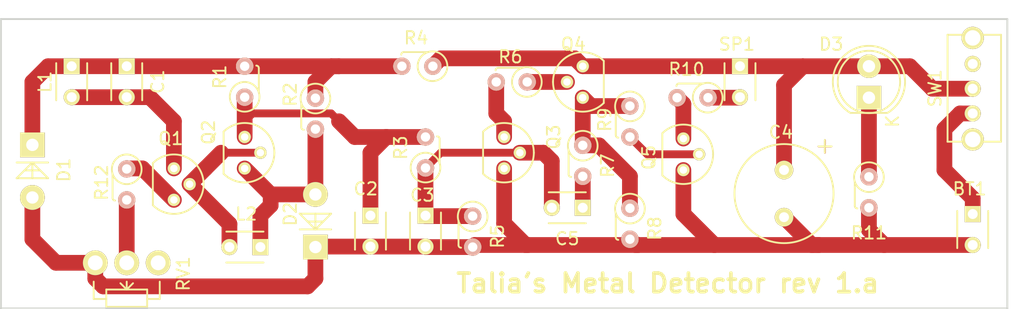
<source format=kicad_pcb>
(kicad_pcb (version 4) (host pcbnew "(2015-08-16 BZR 6097, Git b384c94)-product")

  (general
    (links 48)
    (no_connects 0)
    (area 91.364999 69.30412 174.203 94.636001)
    (thickness 1.6)
    (drawings 5)
    (tracks 112)
    (zones 0)
    (modules 31)
    (nets 21)
  )

  (page A4)
  (layers
    (0 F.Cu signal)
    (31 B.Cu signal)
    (32 B.Adhes user)
    (33 F.Adhes user)
    (34 B.Paste user)
    (35 F.Paste user)
    (36 B.SilkS user)
    (37 F.SilkS user)
    (38 B.Mask user)
    (39 F.Mask user)
    (40 Dwgs.User user)
    (41 Cmts.User user)
    (42 Eco1.User user)
    (43 Eco2.User user)
    (44 Edge.Cuts user)
    (45 Margin user)
    (46 B.CrtYd user)
    (47 F.CrtYd user)
    (48 B.Fab user)
    (49 F.Fab user)
  )

  (setup
    (last_trace_width 0.25)
    (user_trace_width 0.254)
    (user_trace_width 0.635)
    (user_trace_width 1.27)
    (trace_clearance 0.2)
    (zone_clearance 0.508)
    (zone_45_only no)
    (trace_min 0.2)
    (segment_width 0.2)
    (edge_width 0.15)
    (via_size 0.6)
    (via_drill 0.4)
    (via_min_size 0.4)
    (via_min_drill 0.3)
    (uvia_size 0.3)
    (uvia_drill 0.1)
    (uvias_allowed no)
    (uvia_min_size 0.2)
    (uvia_min_drill 0.1)
    (pcb_text_width 0.3)
    (pcb_text_size 1.5 1.5)
    (mod_edge_width 0.15)
    (mod_text_size 1 1)
    (mod_text_width 0.15)
    (pad_size 1.524 1.524)
    (pad_drill 0.762)
    (pad_to_mask_clearance 0.2)
    (aux_axis_origin 0 0)
    (visible_elements 7FFEFFFF)
    (pcbplotparams
      (layerselection 0x010f0_80000001)
      (usegerberextensions true)
      (excludeedgelayer true)
      (linewidth 0.100000)
      (plotframeref false)
      (viasonmask false)
      (mode 1)
      (useauxorigin false)
      (hpglpennumber 1)
      (hpglpenspeed 20)
      (hpglpendiameter 15)
      (hpglpenoverlay 2)
      (psnegative false)
      (psa4output false)
      (plotreference true)
      (plotvalue true)
      (plotinvisibletext false)
      (padsonsilk false)
      (subtractmaskfromsilk false)
      (outputformat 1)
      (mirror false)
      (drillshape 0)
      (scaleselection 1)
      (outputdirectory Gerbers/))
  )

  (net 0 "")
  (net 1 "Net-(BT1-Pad1)")
  (net 2 "Net-(BT1-Pad2)")
  (net 3 "Net-(C1-Pad1)")
  (net 4 "Net-(C1-Pad2)")
  (net 5 "Net-(C2-Pad1)")
  (net 6 "Net-(C3-Pad1)")
  (net 7 "Net-(C4-Pad1)")
  (net 8 "Net-(C5-Pad1)")
  (net 9 "Net-(D2-Pad2)")
  (net 10 "Net-(D3-Pad1)")
  (net 11 "Net-(L2-Pad2)")
  (net 12 "Net-(Q1-Pad3)")
  (net 13 "Net-(Q3-Pad1)")
  (net 14 "Net-(Q4-Pad2)")
  (net 15 "Net-(Q4-Pad1)")
  (net 16 "Net-(Q5-Pad2)")
  (net 17 "Net-(Q5-Pad1)")
  (net 18 "Net-(R12-Pad2)")
  (net 19 "Net-(RV1-Pad1)")
  (net 20 "Net-(R10-Pad1)")

  (net_class Default "This is the default net class."
    (clearance 0.2)
    (trace_width 0.25)
    (via_dia 0.6)
    (via_drill 0.4)
    (uvia_dia 0.3)
    (uvia_drill 0.1)
    (add_net "Net-(BT1-Pad1)")
    (add_net "Net-(BT1-Pad2)")
    (add_net "Net-(C1-Pad1)")
    (add_net "Net-(C1-Pad2)")
    (add_net "Net-(C2-Pad1)")
    (add_net "Net-(C3-Pad1)")
    (add_net "Net-(C4-Pad1)")
    (add_net "Net-(C5-Pad1)")
    (add_net "Net-(D2-Pad2)")
    (add_net "Net-(D3-Pad1)")
    (add_net "Net-(L2-Pad2)")
    (add_net "Net-(Q1-Pad3)")
    (add_net "Net-(Q3-Pad1)")
    (add_net "Net-(Q4-Pad1)")
    (add_net "Net-(Q4-Pad2)")
    (add_net "Net-(Q5-Pad1)")
    (add_net "Net-(Q5-Pad2)")
    (add_net "Net-(R10-Pad1)")
    (add_net "Net-(R12-Pad2)")
    (add_net "Net-(RV1-Pad1)")
  )

  (module Capacitors_ThroughHole:C_Disc_D3_P2.5 (layer F.Cu) (tedit 5647E328) (tstamp 5643D736)
    (at 169.926 86.868 270)
    (descr "Capacitor 3mm Disc, Pitch 2.5mm")
    (tags Capacitor)
    (path /5640131B)
    (fp_text reference BT1 (at -2.032 0.254 360) (layer F.SilkS)
      (effects (font (size 1 1) (thickness 0.15)))
    )
    (fp_text value 9v (at 1.25 2.5 270) (layer F.Fab)
      (effects (font (size 1 1) (thickness 0.15)))
    )
    (fp_line (start -0.9 -1.5) (end 3.4 -1.5) (layer F.CrtYd) (width 0.05))
    (fp_line (start 3.4 -1.5) (end 3.4 1.5) (layer F.CrtYd) (width 0.05))
    (fp_line (start 3.4 1.5) (end -0.9 1.5) (layer F.CrtYd) (width 0.05))
    (fp_line (start -0.9 1.5) (end -0.9 -1.5) (layer F.CrtYd) (width 0.05))
    (fp_line (start -0.25 -1.25) (end 2.75 -1.25) (layer F.SilkS) (width 0.15))
    (fp_line (start 2.75 1.25) (end -0.25 1.25) (layer F.SilkS) (width 0.15))
    (pad 1 thru_hole rect (at 0 0 270) (size 1.3 1.3) (drill 0.8) (layers *.Cu *.Mask F.SilkS)
      (net 1 "Net-(BT1-Pad1)"))
    (pad 2 thru_hole circle (at 2.5 0 270) (size 1.3 1.3) (drill 0.8001) (layers *.Cu *.Mask F.SilkS)
      (net 2 "Net-(BT1-Pad2)"))
    (model Capacitors_ThroughHole.3dshapes/C_Disc_D3_P2.5.wrl
      (at (xyz 0.0492126 0 0))
      (scale (xyz 1 1 1))
      (rotate (xyz 0 0 0))
    )
  )

  (module Capacitors_ThroughHole:C_Disc_D3_P2.5 (layer F.Cu) (tedit 0) (tstamp 5643D73C)
    (at 101.6 74.93 270)
    (descr "Capacitor 3mm Disc, Pitch 2.5mm")
    (tags Capacitor)
    (path /56409949)
    (fp_text reference C1 (at 1.25 -2.5 270) (layer F.SilkS)
      (effects (font (size 1 1) (thickness 0.15)))
    )
    (fp_text value 47n (at 1.25 2.5 270) (layer F.Fab)
      (effects (font (size 1 1) (thickness 0.15)))
    )
    (fp_line (start -0.9 -1.5) (end 3.4 -1.5) (layer F.CrtYd) (width 0.05))
    (fp_line (start 3.4 -1.5) (end 3.4 1.5) (layer F.CrtYd) (width 0.05))
    (fp_line (start 3.4 1.5) (end -0.9 1.5) (layer F.CrtYd) (width 0.05))
    (fp_line (start -0.9 1.5) (end -0.9 -1.5) (layer F.CrtYd) (width 0.05))
    (fp_line (start -0.25 -1.25) (end 2.75 -1.25) (layer F.SilkS) (width 0.15))
    (fp_line (start 2.75 1.25) (end -0.25 1.25) (layer F.SilkS) (width 0.15))
    (pad 1 thru_hole rect (at 0 0 270) (size 1.3 1.3) (drill 0.8) (layers *.Cu *.Mask F.SilkS)
      (net 3 "Net-(C1-Pad1)"))
    (pad 2 thru_hole circle (at 2.5 0 270) (size 1.3 1.3) (drill 0.8001) (layers *.Cu *.Mask F.SilkS)
      (net 4 "Net-(C1-Pad2)"))
    (model Capacitors_ThroughHole.3dshapes/C_Disc_D3_P2.5.wrl
      (at (xyz 0.0492126 0 0))
      (scale (xyz 1 1 1))
      (rotate (xyz 0 0 0))
    )
  )

  (module Capacitors_ThroughHole:C_Disc_D3_P2.5 (layer F.Cu) (tedit 5647E2CC) (tstamp 5643D742)
    (at 121.285 86.995 270)
    (descr "Capacitor 3mm Disc, Pitch 2.5mm")
    (tags Capacitor)
    (path /56400E5C)
    (fp_text reference C2 (at -2.159 0.381 360) (layer F.SilkS)
      (effects (font (size 1 1) (thickness 0.15)))
    )
    (fp_text value 100n (at 1.25 2.5 270) (layer F.Fab)
      (effects (font (size 1 1) (thickness 0.15)))
    )
    (fp_line (start -0.9 -1.5) (end 3.4 -1.5) (layer F.CrtYd) (width 0.05))
    (fp_line (start 3.4 -1.5) (end 3.4 1.5) (layer F.CrtYd) (width 0.05))
    (fp_line (start 3.4 1.5) (end -0.9 1.5) (layer F.CrtYd) (width 0.05))
    (fp_line (start -0.9 1.5) (end -0.9 -1.5) (layer F.CrtYd) (width 0.05))
    (fp_line (start -0.25 -1.25) (end 2.75 -1.25) (layer F.SilkS) (width 0.15))
    (fp_line (start 2.75 1.25) (end -0.25 1.25) (layer F.SilkS) (width 0.15))
    (pad 1 thru_hole rect (at 0 0 270) (size 1.3 1.3) (drill 0.8) (layers *.Cu *.Mask F.SilkS)
      (net 5 "Net-(C2-Pad1)"))
    (pad 2 thru_hole circle (at 2.5 0 270) (size 1.3 1.3) (drill 0.8001) (layers *.Cu *.Mask F.SilkS)
      (net 2 "Net-(BT1-Pad2)"))
    (model Capacitors_ThroughHole.3dshapes/C_Disc_D3_P2.5.wrl
      (at (xyz 0.0492126 0 0))
      (scale (xyz 1 1 1))
      (rotate (xyz 0 0 0))
    )
  )

  (module Capacitors_ThroughHole:C_Disc_D3_P2.5 (layer F.Cu) (tedit 5647E2D1) (tstamp 5643D748)
    (at 125.73 86.995 270)
    (descr "Capacitor 3mm Disc, Pitch 2.5mm")
    (tags Capacitor)
    (path /56400EC6)
    (fp_text reference C3 (at -1.651 0.254 360) (layer F.SilkS)
      (effects (font (size 1 1) (thickness 0.15)))
    )
    (fp_text value 10n (at 1.25 2.5 270) (layer F.Fab)
      (effects (font (size 1 1) (thickness 0.15)))
    )
    (fp_line (start -0.9 -1.5) (end 3.4 -1.5) (layer F.CrtYd) (width 0.05))
    (fp_line (start 3.4 -1.5) (end 3.4 1.5) (layer F.CrtYd) (width 0.05))
    (fp_line (start 3.4 1.5) (end -0.9 1.5) (layer F.CrtYd) (width 0.05))
    (fp_line (start -0.9 1.5) (end -0.9 -1.5) (layer F.CrtYd) (width 0.05))
    (fp_line (start -0.25 -1.25) (end 2.75 -1.25) (layer F.SilkS) (width 0.15))
    (fp_line (start 2.75 1.25) (end -0.25 1.25) (layer F.SilkS) (width 0.15))
    (pad 1 thru_hole rect (at 0 0 270) (size 1.3 1.3) (drill 0.8) (layers *.Cu *.Mask F.SilkS)
      (net 6 "Net-(C3-Pad1)"))
    (pad 2 thru_hole circle (at 2.5 0 270) (size 1.3 1.3) (drill 0.8001) (layers *.Cu *.Mask F.SilkS)
      (net 2 "Net-(BT1-Pad2)"))
    (model Capacitors_ThroughHole.3dshapes/C_Disc_D3_P2.5.wrl
      (at (xyz 0.0492126 0 0))
      (scale (xyz 1 1 1))
      (rotate (xyz 0 0 0))
    )
  )

  (module Capacitors_ThroughHole:C_Disc_D3_P2.5 (layer F.Cu) (tedit 0) (tstamp 5643D754)
    (at 138.43 86.36 180)
    (descr "Capacitor 3mm Disc, Pitch 2.5mm")
    (tags Capacitor)
    (path /56405D44)
    (fp_text reference C5 (at 1.25 -2.5 180) (layer F.SilkS)
      (effects (font (size 1 1) (thickness 0.15)))
    )
    (fp_text value 10n (at 1.25 2.5 180) (layer F.Fab)
      (effects (font (size 1 1) (thickness 0.15)))
    )
    (fp_line (start -0.9 -1.5) (end 3.4 -1.5) (layer F.CrtYd) (width 0.05))
    (fp_line (start 3.4 -1.5) (end 3.4 1.5) (layer F.CrtYd) (width 0.05))
    (fp_line (start 3.4 1.5) (end -0.9 1.5) (layer F.CrtYd) (width 0.05))
    (fp_line (start -0.9 1.5) (end -0.9 -1.5) (layer F.CrtYd) (width 0.05))
    (fp_line (start -0.25 -1.25) (end 2.75 -1.25) (layer F.SilkS) (width 0.15))
    (fp_line (start 2.75 1.25) (end -0.25 1.25) (layer F.SilkS) (width 0.15))
    (pad 1 thru_hole rect (at 0 0 180) (size 1.3 1.3) (drill 0.8) (layers *.Cu *.Mask F.SilkS)
      (net 8 "Net-(C5-Pad1)"))
    (pad 2 thru_hole circle (at 2.5 0 180) (size 1.3 1.3) (drill 0.8001) (layers *.Cu *.Mask F.SilkS)
      (net 6 "Net-(C3-Pad1)"))
    (model Capacitors_ThroughHole.3dshapes/C_Disc_D3_P2.5.wrl
      (at (xyz 0.0492126 0 0))
      (scale (xyz 1 1 1))
      (rotate (xyz 0 0 0))
    )
  )

  (module LEDs:LED-5MM (layer F.Cu) (tedit 5647E316) (tstamp 5643D766)
    (at 161.544 77.47 90)
    (descr "LED 5mm round vertical")
    (tags "LED 5mm round vertical")
    (path /563FFD3B)
    (fp_text reference D3 (at 4.318 -3.048 180) (layer F.SilkS)
      (effects (font (size 1 1) (thickness 0.15)))
    )
    (fp_text value LED (at 1.524 -3.937 90) (layer F.Fab)
      (effects (font (size 1 1) (thickness 0.15)))
    )
    (fp_line (start -1.5 -1.55) (end -1.5 1.55) (layer F.CrtYd) (width 0.05))
    (fp_arc (start 1.3 0) (end -1.5 1.55) (angle -302) (layer F.CrtYd) (width 0.05))
    (fp_arc (start 1.27 0) (end -1.23 -1.5) (angle 297.5) (layer F.SilkS) (width 0.15))
    (fp_line (start -1.23 1.5) (end -1.23 -1.5) (layer F.SilkS) (width 0.15))
    (fp_circle (center 1.27 0) (end 0.97 -2.5) (layer F.SilkS) (width 0.15))
    (fp_text user K (at -1.905 1.905 90) (layer F.SilkS)
      (effects (font (size 1 1) (thickness 0.15)))
    )
    (pad 1 thru_hole rect (at 0 0 180) (size 2 1.9) (drill 1.00076) (layers *.Cu *.Mask F.SilkS)
      (net 10 "Net-(D3-Pad1)"))
    (pad 2 thru_hole circle (at 2.54 0 90) (size 1.9 1.9) (drill 1.00076) (layers *.Cu *.Mask F.SilkS)
      (net 7 "Net-(C4-Pad1)"))
    (model LEDs.3dshapes/LED-5MM.wrl
      (at (xyz 0.05 0 0))
      (scale (xyz 1 1 1))
      (rotate (xyz 0 0 90))
    )
  )

  (module Capacitors_ThroughHole:C_Disc_D3_P2.5 (layer F.Cu) (tedit 5647E289) (tstamp 5643D76C)
    (at 97.155 74.93 270)
    (descr "Capacitor 3mm Disc, Pitch 2.5mm")
    (tags Capacitor)
    (path /564099F8)
    (fp_text reference L1 (at 1.27 2.159 270) (layer F.SilkS)
      (effects (font (size 1 1) (thickness 0.15)))
    )
    (fp_text value "Transmit Coil" (at 1.25 2.5 270) (layer F.Fab)
      (effects (font (size 1 1) (thickness 0.15)))
    )
    (fp_line (start -0.9 -1.5) (end 3.4 -1.5) (layer F.CrtYd) (width 0.05))
    (fp_line (start 3.4 -1.5) (end 3.4 1.5) (layer F.CrtYd) (width 0.05))
    (fp_line (start 3.4 1.5) (end -0.9 1.5) (layer F.CrtYd) (width 0.05))
    (fp_line (start -0.9 1.5) (end -0.9 -1.5) (layer F.CrtYd) (width 0.05))
    (fp_line (start -0.25 -1.25) (end 2.75 -1.25) (layer F.SilkS) (width 0.15))
    (fp_line (start 2.75 1.25) (end -0.25 1.25) (layer F.SilkS) (width 0.15))
    (pad 1 thru_hole rect (at 0 0 270) (size 1.3 1.3) (drill 0.8) (layers *.Cu *.Mask F.SilkS)
      (net 3 "Net-(C1-Pad1)"))
    (pad 2 thru_hole circle (at 2.5 0 270) (size 1.3 1.3) (drill 0.8001) (layers *.Cu *.Mask F.SilkS)
      (net 4 "Net-(C1-Pad2)"))
    (model Capacitors_ThroughHole.3dshapes/C_Disc_D3_P2.5.wrl
      (at (xyz 0.0492126 0 0))
      (scale (xyz 1 1 1))
      (rotate (xyz 0 0 0))
    )
  )

  (module Capacitors_ThroughHole:C_Disc_D3_P2.5 (layer F.Cu) (tedit 5647E2AA) (tstamp 5643D772)
    (at 112.395 89.535 180)
    (descr "Capacitor 3mm Disc, Pitch 2.5mm")
    (tags Capacitor)
    (path /56409109)
    (fp_text reference L2 (at 1.143 2.667 180) (layer F.SilkS)
      (effects (font (size 1 1) (thickness 0.15)))
    )
    (fp_text value "Receive Coil" (at 1.25 2.5 180) (layer F.Fab)
      (effects (font (size 1 1) (thickness 0.15)))
    )
    (fp_line (start -0.9 -1.5) (end 3.4 -1.5) (layer F.CrtYd) (width 0.05))
    (fp_line (start 3.4 -1.5) (end 3.4 1.5) (layer F.CrtYd) (width 0.05))
    (fp_line (start 3.4 1.5) (end -0.9 1.5) (layer F.CrtYd) (width 0.05))
    (fp_line (start -0.9 1.5) (end -0.9 -1.5) (layer F.CrtYd) (width 0.05))
    (fp_line (start -0.25 -1.25) (end 2.75 -1.25) (layer F.SilkS) (width 0.15))
    (fp_line (start 2.75 1.25) (end -0.25 1.25) (layer F.SilkS) (width 0.15))
    (pad 1 thru_hole rect (at 0 0 180) (size 1.3 1.3) (drill 0.8) (layers *.Cu *.Mask F.SilkS)
      (net 9 "Net-(D2-Pad2)"))
    (pad 2 thru_hole circle (at 2.5 0 180) (size 1.3 1.3) (drill 0.8001) (layers *.Cu *.Mask F.SilkS)
      (net 11 "Net-(L2-Pad2)"))
    (model Capacitors_ThroughHole.3dshapes/C_Disc_D3_P2.5.wrl
      (at (xyz 0.0492126 0 0))
      (scale (xyz 1 1 1))
      (rotate (xyz 0 0 0))
    )
  )

  (module 6502Library:Resistor_Vertical_RM2_5mm (layer F.Cu) (tedit 56014CCD) (tstamp 5643D79B)
    (at 111.125 74.93 90)
    (descr "Resistor, Vertical, RM 5mm, 1/3W,")
    (tags "Resistor, Vertical, RM 5mm, 1/3W,")
    (path /56400CE6)
    (fp_text reference R1 (at -0.8636 -2.0066 90) (layer F.SilkS)
      (effects (font (size 1 1) (thickness 0.15)))
    )
    (fp_text value 270k (at 0 4.50088 90) (layer F.Fab)
      (effects (font (size 1 1) (thickness 0.15)))
    )
    (fp_line (start -0.1778 1.143) (end -2.1336 1.143) (layer F.SilkS) (width 0.15))
    (fp_arc (start -0.1524 0.9398) (end 0.0508 0.9398) (angle 90) (layer F.SilkS) (width 0.15))
    (fp_circle (center -2.47 0) (end -1.27 0) (layer F.SilkS) (width 0.15))
    (pad 1 thru_hole circle (at -2.49936 0 90) (size 1.4 1.4) (drill 0.76) (layers *.Cu *.SilkS *.Mask)
      (net 5 "Net-(C2-Pad1)"))
    (pad 2 thru_hole circle (at 0 0 90) (size 1.4 1.4) (drill 0.76) (layers *.Cu *.SilkS *.Mask)
      (net 3 "Net-(C1-Pad1)"))
  )

  (module 6502Library:Resistor_Vertical_RM2_5mm (layer F.Cu) (tedit 5647E2B7) (tstamp 5643D7A1)
    (at 116.84 80.01 270)
    (descr "Resistor, Vertical, RM 5mm, 1/3W,")
    (tags "Resistor, Vertical, RM 5mm, 1/3W,")
    (path /564217CC)
    (fp_text reference R2 (at -2.794 2.032 270) (layer F.SilkS)
      (effects (font (size 1 1) (thickness 0.15)))
    )
    (fp_text value 1.8k (at 0 4.50088 270) (layer F.Fab)
      (effects (font (size 1 1) (thickness 0.15)))
    )
    (fp_line (start -0.1778 1.143) (end -2.1336 1.143) (layer F.SilkS) (width 0.15))
    (fp_arc (start -0.1524 0.9398) (end 0.0508 0.9398) (angle 90) (layer F.SilkS) (width 0.15))
    (fp_circle (center -2.47 0) (end -1.27 0) (layer F.SilkS) (width 0.15))
    (pad 1 thru_hole circle (at -2.49936 0 270) (size 1.4 1.4) (drill 0.76) (layers *.Cu *.SilkS *.Mask)
      (net 3 "Net-(C1-Pad1)"))
    (pad 2 thru_hole circle (at 0 0 270) (size 1.4 1.4) (drill 0.76) (layers *.Cu *.SilkS *.Mask)
      (net 9 "Net-(D2-Pad2)"))
  )

  (module 6502Library:Resistor_Vertical_RM2_5mm (layer F.Cu) (tedit 56014CCD) (tstamp 5643D7A7)
    (at 125.73 80.645 90)
    (descr "Resistor, Vertical, RM 5mm, 1/3W,")
    (tags "Resistor, Vertical, RM 5mm, 1/3W,")
    (path /56400B41)
    (fp_text reference R3 (at -0.8636 -2.0066 90) (layer F.SilkS)
      (effects (font (size 1 1) (thickness 0.15)))
    )
    (fp_text value 220k (at 0 4.50088 90) (layer F.Fab)
      (effects (font (size 1 1) (thickness 0.15)))
    )
    (fp_line (start -0.1778 1.143) (end -2.1336 1.143) (layer F.SilkS) (width 0.15))
    (fp_arc (start -0.1524 0.9398) (end 0.0508 0.9398) (angle 90) (layer F.SilkS) (width 0.15))
    (fp_circle (center -2.47 0) (end -1.27 0) (layer F.SilkS) (width 0.15))
    (pad 1 thru_hole circle (at -2.49936 0 90) (size 1.4 1.4) (drill 0.76) (layers *.Cu *.SilkS *.Mask)
      (net 6 "Net-(C3-Pad1)"))
    (pad 2 thru_hole circle (at 0 0 90) (size 1.4 1.4) (drill 0.76) (layers *.Cu *.SilkS *.Mask)
      (net 5 "Net-(C2-Pad1)"))
  )

  (module 6502Library:Resistor_Vertical_RM2_5mm (layer F.Cu) (tedit 5647E2BF) (tstamp 5643D7AD)
    (at 123.825 74.93 180)
    (descr "Resistor, Vertical, RM 5mm, 1/3W,")
    (tags "Resistor, Vertical, RM 5mm, 1/3W,")
    (path /56400AC0)
    (fp_text reference R4 (at -1.143 2.286 180) (layer F.SilkS)
      (effects (font (size 1 1) (thickness 0.15)))
    )
    (fp_text value 330 (at 0 4.50088 180) (layer F.Fab)
      (effects (font (size 1 1) (thickness 0.15)))
    )
    (fp_line (start -0.1778 1.143) (end -2.1336 1.143) (layer F.SilkS) (width 0.15))
    (fp_arc (start -0.1524 0.9398) (end 0.0508 0.9398) (angle 90) (layer F.SilkS) (width 0.15))
    (fp_circle (center -2.47 0) (end -1.27 0) (layer F.SilkS) (width 0.15))
    (pad 1 thru_hole circle (at -2.49936 0 180) (size 1.4 1.4) (drill 0.76) (layers *.Cu *.SilkS *.Mask)
      (net 7 "Net-(C4-Pad1)"))
    (pad 2 thru_hole circle (at 0 0 180) (size 1.4 1.4) (drill 0.76) (layers *.Cu *.SilkS *.Mask)
      (net 3 "Net-(C1-Pad1)"))
  )

  (module 6502Library:Resistor_Vertical_RM2_5mm (layer F.Cu) (tedit 56014CCD) (tstamp 5643D7B3)
    (at 129.54 89.535 270)
    (descr "Resistor, Vertical, RM 5mm, 1/3W,")
    (tags "Resistor, Vertical, RM 5mm, 1/3W,")
    (path /56400A56)
    (fp_text reference R5 (at -0.8636 -2.0066 270) (layer F.SilkS)
      (effects (font (size 1 1) (thickness 0.15)))
    )
    (fp_text value 56k (at 0 4.50088 270) (layer F.Fab)
      (effects (font (size 1 1) (thickness 0.15)))
    )
    (fp_line (start -0.1778 1.143) (end -2.1336 1.143) (layer F.SilkS) (width 0.15))
    (fp_arc (start -0.1524 0.9398) (end 0.0508 0.9398) (angle 90) (layer F.SilkS) (width 0.15))
    (fp_circle (center -2.47 0) (end -1.27 0) (layer F.SilkS) (width 0.15))
    (pad 1 thru_hole circle (at -2.49936 0 270) (size 1.4 1.4) (drill 0.76) (layers *.Cu *.SilkS *.Mask)
      (net 6 "Net-(C3-Pad1)"))
    (pad 2 thru_hole circle (at 0 0 270) (size 1.4 1.4) (drill 0.76) (layers *.Cu *.SilkS *.Mask)
      (net 2 "Net-(BT1-Pad2)"))
  )

  (module 6502Library:Resistor_Vertical_RM2_5mm (layer F.Cu) (tedit 5647E2C3) (tstamp 5643D7B9)
    (at 131.445 76.2 180)
    (descr "Resistor, Vertical, RM 5mm, 1/3W,")
    (tags "Resistor, Vertical, RM 5mm, 1/3W,")
    (path /564008A0)
    (fp_text reference R6 (at -1.143 2.032 180) (layer F.SilkS)
      (effects (font (size 1 1) (thickness 0.15)))
    )
    (fp_text value 10k (at 0 4.50088 180) (layer F.Fab)
      (effects (font (size 1 1) (thickness 0.15)))
    )
    (fp_line (start -0.1778 1.143) (end -2.1336 1.143) (layer F.SilkS) (width 0.15))
    (fp_arc (start -0.1524 0.9398) (end 0.0508 0.9398) (angle 90) (layer F.SilkS) (width 0.15))
    (fp_circle (center -2.47 0) (end -1.27 0) (layer F.SilkS) (width 0.15))
    (pad 1 thru_hole circle (at -2.49936 0 180) (size 1.4 1.4) (drill 0.76) (layers *.Cu *.SilkS *.Mask)
      (net 14 "Net-(Q4-Pad2)"))
    (pad 2 thru_hole circle (at 0 0 180) (size 1.4 1.4) (drill 0.76) (layers *.Cu *.SilkS *.Mask)
      (net 13 "Net-(Q3-Pad1)"))
  )

  (module 6502Library:Resistor_Vertical_RM2_5mm (layer F.Cu) (tedit 56014CCD) (tstamp 5643D7BF)
    (at 138.43 83.82 270)
    (descr "Resistor, Vertical, RM 5mm, 1/3W,")
    (tags "Resistor, Vertical, RM 5mm, 1/3W,")
    (path /564006FE)
    (fp_text reference R7 (at -0.8636 -2.0066 270) (layer F.SilkS)
      (effects (font (size 1 1) (thickness 0.15)))
    )
    (fp_text value 1k (at 0 4.50088 270) (layer F.Fab)
      (effects (font (size 1 1) (thickness 0.15)))
    )
    (fp_line (start -0.1778 1.143) (end -2.1336 1.143) (layer F.SilkS) (width 0.15))
    (fp_arc (start -0.1524 0.9398) (end 0.0508 0.9398) (angle 90) (layer F.SilkS) (width 0.15))
    (fp_circle (center -2.47 0) (end -1.27 0) (layer F.SilkS) (width 0.15))
    (pad 1 thru_hole circle (at -2.49936 0 270) (size 1.4 1.4) (drill 0.76) (layers *.Cu *.SilkS *.Mask)
      (net 15 "Net-(Q4-Pad1)"))
    (pad 2 thru_hole circle (at 0 0 270) (size 1.4 1.4) (drill 0.76) (layers *.Cu *.SilkS *.Mask)
      (net 8 "Net-(C5-Pad1)"))
  )

  (module 6502Library:Resistor_Vertical_RM2_5mm (layer F.Cu) (tedit 56014CCD) (tstamp 5643D7C5)
    (at 142.24 88.9 270)
    (descr "Resistor, Vertical, RM 5mm, 1/3W,")
    (tags "Resistor, Vertical, RM 5mm, 1/3W,")
    (path /56400984)
    (fp_text reference R8 (at -0.8636 -2.0066 270) (layer F.SilkS)
      (effects (font (size 1 1) (thickness 0.15)))
    )
    (fp_text value 10k (at 0 4.50088 270) (layer F.Fab)
      (effects (font (size 1 1) (thickness 0.15)))
    )
    (fp_line (start -0.1778 1.143) (end -2.1336 1.143) (layer F.SilkS) (width 0.15))
    (fp_arc (start -0.1524 0.9398) (end 0.0508 0.9398) (angle 90) (layer F.SilkS) (width 0.15))
    (fp_circle (center -2.47 0) (end -1.27 0) (layer F.SilkS) (width 0.15))
    (pad 1 thru_hole circle (at -2.49936 0 270) (size 1.4 1.4) (drill 0.76) (layers *.Cu *.SilkS *.Mask)
      (net 15 "Net-(Q4-Pad1)"))
    (pad 2 thru_hole circle (at 0 0 270) (size 1.4 1.4) (drill 0.76) (layers *.Cu *.SilkS *.Mask)
      (net 2 "Net-(BT1-Pad2)"))
  )

  (module 6502Library:Resistor_Vertical_RM2_5mm (layer F.Cu) (tedit 5647E2F6) (tstamp 5643D7CB)
    (at 142.24 80.645 270)
    (descr "Resistor, Vertical, RM 5mm, 1/3W,")
    (tags "Resistor, Vertical, RM 5mm, 1/3W,")
    (path /5640066E)
    (fp_text reference R9 (at -1.397 2.032 270) (layer F.SilkS)
      (effects (font (size 1 1) (thickness 0.15)))
    )
    (fp_text value 1k (at 0 4.50088 270) (layer F.Fab)
      (effects (font (size 1 1) (thickness 0.15)))
    )
    (fp_line (start -0.1778 1.143) (end -2.1336 1.143) (layer F.SilkS) (width 0.15))
    (fp_arc (start -0.1524 0.9398) (end 0.0508 0.9398) (angle 90) (layer F.SilkS) (width 0.15))
    (fp_circle (center -2.47 0) (end -1.27 0) (layer F.SilkS) (width 0.15))
    (pad 1 thru_hole circle (at -2.49936 0 270) (size 1.4 1.4) (drill 0.76) (layers *.Cu *.SilkS *.Mask)
      (net 15 "Net-(Q4-Pad1)"))
    (pad 2 thru_hole circle (at 0 0 270) (size 1.4 1.4) (drill 0.76) (layers *.Cu *.SilkS *.Mask)
      (net 16 "Net-(Q5-Pad2)"))
  )

  (module 6502Library:Resistor_Vertical_RM2_5mm (layer F.Cu) (tedit 5647E31E) (tstamp 5643D7D7)
    (at 161.544 86.36 270)
    (descr "Resistor, Vertical, RM 5mm, 1/3W,")
    (tags "Resistor, Vertical, RM 5mm, 1/3W,")
    (path /563FFD9D)
    (fp_text reference R11 (at 2.032 0 360) (layer F.SilkS)
      (effects (font (size 1 1) (thickness 0.15)))
    )
    (fp_text value 2k (at 0 4.50088 270) (layer F.Fab)
      (effects (font (size 1 1) (thickness 0.15)))
    )
    (fp_line (start -0.1778 1.143) (end -2.1336 1.143) (layer F.SilkS) (width 0.15))
    (fp_arc (start -0.1524 0.9398) (end 0.0508 0.9398) (angle 90) (layer F.SilkS) (width 0.15))
    (fp_circle (center -2.47 0) (end -1.27 0) (layer F.SilkS) (width 0.15))
    (pad 1 thru_hole circle (at -2.49936 0 270) (size 1.4 1.4) (drill 0.76) (layers *.Cu *.SilkS *.Mask)
      (net 10 "Net-(D3-Pad1)"))
    (pad 2 thru_hole circle (at 0 0 270) (size 1.4 1.4) (drill 0.76) (layers *.Cu *.SilkS *.Mask)
      (net 2 "Net-(BT1-Pad2)"))
  )

  (module 6502Library:Resistor_Vertical_RM2_5mm (layer F.Cu) (tedit 5647E290) (tstamp 5643D7DD)
    (at 101.6 85.725 270)
    (descr "Resistor, Vertical, RM 5mm, 1/3W,")
    (tags "Resistor, Vertical, RM 5mm, 1/3W,")
    (path /56438B5B)
    (fp_text reference R12 (at -1.397 2.032 270) (layer F.SilkS)
      (effects (font (size 1 1) (thickness 0.15)))
    )
    (fp_text value 390 (at 0 4.50088 270) (layer F.Fab)
      (effects (font (size 1 1) (thickness 0.15)))
    )
    (fp_line (start -0.1778 1.143) (end -2.1336 1.143) (layer F.SilkS) (width 0.15))
    (fp_arc (start -0.1524 0.9398) (end 0.0508 0.9398) (angle 90) (layer F.SilkS) (width 0.15))
    (fp_circle (center -2.47 0) (end -1.27 0) (layer F.SilkS) (width 0.15))
    (pad 1 thru_hole circle (at -2.49936 0 270) (size 1.4 1.4) (drill 0.76) (layers *.Cu *.SilkS *.Mask)
      (net 12 "Net-(Q1-Pad3)"))
    (pad 2 thru_hole circle (at 0 0 270) (size 1.4 1.4) (drill 0.76) (layers *.Cu *.SilkS *.Mask)
      (net 18 "Net-(R12-Pad2)"))
  )

  (module Potentiometers:Potentiometer_WirePads_Small (layer F.Cu) (tedit 5647E2A1) (tstamp 5643D7E4)
    (at 104.14 90.805 270)
    (descr "Potentiometer, Wire Pads only, small, RevA, 02 Aug 2010,")
    (tags "Potentiometer, Wire Pads only, small, RevA, 02 Aug 2010,")
    (path /5641441B)
    (fp_text reference RV1 (at 0.889 -2.032 270) (layer F.SilkS)
      (effects (font (size 1 1) (thickness 0.15)))
    )
    (fp_text value POT (at -1.34874 10.78992 270) (layer F.Fab)
      (effects (font (size 1 1) (thickness 0.15)))
    )
    (fp_line (start 2.921 4.191) (end 2.921 5.207) (layer F.SilkS) (width 0.15))
    (fp_line (start 2.921 5.207) (end 1.524 5.207) (layer F.SilkS) (width 0.15))
    (fp_line (start 2.921 0.889) (end 2.921 -0.127) (layer F.SilkS) (width 0.15))
    (fp_line (start 2.921 -0.127) (end 1.524 -0.127) (layer F.SilkS) (width 0.15))
    (fp_line (start 2.159 2.54) (end 1.524 2.54) (layer F.SilkS) (width 0.15))
    (fp_line (start 2.159 2.54) (end 1.651 3.048) (layer F.SilkS) (width 0.15))
    (fp_line (start 2.159 2.54) (end 1.651 2.032) (layer F.SilkS) (width 0.15))
    (fp_line (start 2.159 0.889) (end 3.556 0.889) (layer F.SilkS) (width 0.15))
    (fp_line (start 3.556 0.889) (end 3.556 4.191) (layer F.SilkS) (width 0.15))
    (fp_line (start 3.556 4.191) (end 2.159 4.191) (layer F.SilkS) (width 0.15))
    (fp_line (start 2.159 4.191) (end 2.159 0.889) (layer F.SilkS) (width 0.15))
    (pad 2 thru_hole circle (at 0 2.54 270) (size 1.99898 1.99898) (drill 1.19888) (layers *.Cu *.Mask F.SilkS)
      (net 18 "Net-(R12-Pad2)"))
    (pad 3 thru_hole circle (at 0 5.08 270) (size 1.99898 1.99898) (drill 1.19888) (layers *.Cu *.Mask F.SilkS)
      (net 2 "Net-(BT1-Pad2)"))
    (pad 1 thru_hole circle (at 0 0 270) (size 1.99898 1.99898) (drill 1.19888) (layers *.Cu *.Mask F.SilkS)
      (net 19 "Net-(RV1-Pad1)"))
  )

  (module Capacitors_ThroughHole:C_Disc_D3_P2.5 (layer F.Cu) (tedit 5647E30B) (tstamp 5643D7EA)
    (at 151.13 74.93 270)
    (descr "Capacitor 3mm Disc, Pitch 2.5mm")
    (tags Capacitor)
    (path /564000E0)
    (fp_text reference SP1 (at -1.778 0.254 360) (layer F.SilkS)
      (effects (font (size 1 1) (thickness 0.15)))
    )
    (fp_text value SPEAKER (at 1.25 2.5 270) (layer F.Fab)
      (effects (font (size 1 1) (thickness 0.15)))
    )
    (fp_line (start -0.9 -1.5) (end 3.4 -1.5) (layer F.CrtYd) (width 0.05))
    (fp_line (start 3.4 -1.5) (end 3.4 1.5) (layer F.CrtYd) (width 0.05))
    (fp_line (start 3.4 1.5) (end -0.9 1.5) (layer F.CrtYd) (width 0.05))
    (fp_line (start -0.9 1.5) (end -0.9 -1.5) (layer F.CrtYd) (width 0.05))
    (fp_line (start -0.25 -1.25) (end 2.75 -1.25) (layer F.SilkS) (width 0.15))
    (fp_line (start 2.75 1.25) (end -0.25 1.25) (layer F.SilkS) (width 0.15))
    (pad 1 thru_hole rect (at 0 0 270) (size 1.3 1.3) (drill 0.8) (layers *.Cu *.Mask F.SilkS)
      (net 7 "Net-(C4-Pad1)"))
    (pad 2 thru_hole circle (at 2.5 0 270) (size 1.3 1.3) (drill 0.8001) (layers *.Cu *.Mask F.SilkS)
      (net 20 "Net-(R10-Pad1)"))
    (model Capacitors_ThroughHole.3dshapes/C_Disc_D3_P2.5.wrl
      (at (xyz 0.0492126 0 0))
      (scale (xyz 1 1 1))
      (rotate (xyz 0 0 0))
    )
  )

  (module 6502Library:SS_12D07_SWITCH (layer F.Cu) (tedit 55F96AFF) (tstamp 5643D7F3)
    (at 169.926 72.644 270)
    (path /5640000E)
    (fp_text reference SW1 (at 4.064 3.048 270) (layer F.SilkS)
      (effects (font (size 1 1) (thickness 0.15)))
    )
    (fp_text value SW_PUSH (at 3.81 -3.302 270) (layer F.Fab)
      (effects (font (size 1 1) (thickness 0.15)))
    )
    (fp_line (start -0.254 2.032) (end -0.254 -2.286) (layer F.SilkS) (width 0.15))
    (fp_line (start -0.254 2.032) (end 8.382 2.032) (layer F.SilkS) (width 0.15))
    (fp_line (start 8.382 2.032) (end 8.382 -2.286) (layer F.SilkS) (width 0.15))
    (fp_line (start 8.382 -2.286) (end -0.254 -2.286) (layer F.SilkS) (width 0.15))
    (pad 2 thru_hole circle (at 6.1 0 270) (size 1.3 1.3) (drill 0.8) (layers *.Cu *.Mask F.SilkS)
      (net 1 "Net-(BT1-Pad1)"))
    (pad "" thru_hole circle (at 2.1 0 270) (size 1.3 1.3) (drill 0.8) (layers *.Cu *.Mask F.SilkS))
    (pad "" thru_hole circle (at 8.2 0 270) (size 1.8 1.8) (drill 1.25) (layers *.Cu *.Mask F.SilkS))
    (pad "" thru_hole circle (at 0 0 270) (size 1.8 1.8) (drill 1.25) (layers *.Cu *.Mask F.SilkS))
    (pad 1 thru_hole circle (at 4.1 0 270) (size 1.3 1.3) (drill 0.8) (layers *.Cu *.Mask F.SilkS)
      (net 7 "Net-(C4-Pad1)"))
  )

  (module Housings_TO-92:TO-92_Molded_Narrow (layer F.Cu) (tedit 5647E29A) (tstamp 5645EAFC)
    (at 105.41 83.185 270)
    (descr "TO-92 leads molded, narrow, drill 0.6mm (see NXP sot054_po.pdf)")
    (tags "to-92 sc-43 sc-43a sot54 PA33 transistor")
    (path /56400C78)
    (fp_text reference Q1 (at -2.413 0.254 360) (layer F.SilkS)
      (effects (font (size 1 1) (thickness 0.15)))
    )
    (fp_text value 2N3904 (at 0 3 270) (layer F.Fab)
      (effects (font (size 1 1) (thickness 0.15)))
    )
    (fp_line (start -1.4 1.95) (end -1.4 -2.65) (layer F.CrtYd) (width 0.05))
    (fp_line (start -1.4 1.95) (end 3.9 1.95) (layer F.CrtYd) (width 0.05))
    (fp_line (start -0.43 1.7) (end 2.97 1.7) (layer F.SilkS) (width 0.15))
    (fp_arc (start 1.27 0) (end 1.27 -2.4) (angle -135) (layer F.SilkS) (width 0.15))
    (fp_arc (start 1.27 0) (end 1.27 -2.4) (angle 135) (layer F.SilkS) (width 0.15))
    (fp_line (start -1.4 -2.65) (end 3.9 -2.65) (layer F.CrtYd) (width 0.05))
    (fp_line (start 3.9 1.95) (end 3.9 -2.65) (layer F.CrtYd) (width 0.05))
    (pad 2 thru_hole circle (at 1.27 -1.27) (size 1.00076 1.00076) (drill 0.6) (layers *.Cu *.Mask F.SilkS)
      (net 11 "Net-(L2-Pad2)"))
    (pad 3 thru_hole circle (at 2.54 0) (size 1.00076 1.00076) (drill 0.6) (layers *.Cu *.Mask F.SilkS)
      (net 12 "Net-(Q1-Pad3)"))
    (pad 1 thru_hole circle (at 0 0) (size 1.00076 1.00076) (drill 0.6) (layers *.Cu *.Mask F.SilkS)
      (net 4 "Net-(C1-Pad2)"))
    (model Housings_TO-92.3dshapes/TO-92_Molded_Narrow.wrl
      (at (xyz 0.05 0 0))
      (scale (xyz 1 1 1))
      (rotate (xyz 0 0 -90))
    )
  )

  (module Housings_TO-92:TO-92_Molded_Narrow (layer F.Cu) (tedit 5647E305) (tstamp 5645EB03)
    (at 111.125 80.645 270)
    (descr "TO-92 leads molded, narrow, drill 0.6mm (see NXP sot054_po.pdf)")
    (tags "to-92 sc-43 sc-43a sot54 PA33 transistor")
    (path /56400BCD)
    (fp_text reference Q2 (at -0.381 2.921 270) (layer F.SilkS)
      (effects (font (size 1 1) (thickness 0.15)))
    )
    (fp_text value 2N3904 (at 0 3 270) (layer F.Fab)
      (effects (font (size 1 1) (thickness 0.15)))
    )
    (fp_line (start -1.4 1.95) (end -1.4 -2.65) (layer F.CrtYd) (width 0.05))
    (fp_line (start -1.4 1.95) (end 3.9 1.95) (layer F.CrtYd) (width 0.05))
    (fp_line (start -0.43 1.7) (end 2.97 1.7) (layer F.SilkS) (width 0.15))
    (fp_arc (start 1.27 0) (end 1.27 -2.4) (angle -135) (layer F.SilkS) (width 0.15))
    (fp_arc (start 1.27 0) (end 1.27 -2.4) (angle 135) (layer F.SilkS) (width 0.15))
    (fp_line (start -1.4 -2.65) (end 3.9 -2.65) (layer F.CrtYd) (width 0.05))
    (fp_line (start 3.9 1.95) (end 3.9 -2.65) (layer F.CrtYd) (width 0.05))
    (pad 2 thru_hole circle (at 1.27 -1.27) (size 1.00076 1.00076) (drill 0.6) (layers *.Cu *.Mask F.SilkS)
      (net 11 "Net-(L2-Pad2)"))
    (pad 3 thru_hole circle (at 2.54 0) (size 1.00076 1.00076) (drill 0.6) (layers *.Cu *.Mask F.SilkS)
      (net 9 "Net-(D2-Pad2)"))
    (pad 1 thru_hole circle (at 0 0) (size 1.00076 1.00076) (drill 0.6) (layers *.Cu *.Mask F.SilkS)
      (net 5 "Net-(C2-Pad1)"))
    (model Housings_TO-92.3dshapes/TO-92_Molded_Narrow.wrl
      (at (xyz 0.05 0 0))
      (scale (xyz 1 1 1))
      (rotate (xyz 0 0 -90))
    )
  )

  (module Housings_TO-92:TO-92_Molded_Narrow (layer F.Cu) (tedit 54F242E1) (tstamp 5645EB0A)
    (at 132.08 80.645 270)
    (descr "TO-92 leads molded, narrow, drill 0.6mm (see NXP sot054_po.pdf)")
    (tags "to-92 sc-43 sc-43a sot54 PA33 transistor")
    (path /56400781)
    (fp_text reference Q3 (at 0 -4 270) (layer F.SilkS)
      (effects (font (size 1 1) (thickness 0.15)))
    )
    (fp_text value 2N3904 (at 0 3 270) (layer F.Fab)
      (effects (font (size 1 1) (thickness 0.15)))
    )
    (fp_line (start -1.4 1.95) (end -1.4 -2.65) (layer F.CrtYd) (width 0.05))
    (fp_line (start -1.4 1.95) (end 3.9 1.95) (layer F.CrtYd) (width 0.05))
    (fp_line (start -0.43 1.7) (end 2.97 1.7) (layer F.SilkS) (width 0.15))
    (fp_arc (start 1.27 0) (end 1.27 -2.4) (angle -135) (layer F.SilkS) (width 0.15))
    (fp_arc (start 1.27 0) (end 1.27 -2.4) (angle 135) (layer F.SilkS) (width 0.15))
    (fp_line (start -1.4 -2.65) (end 3.9 -2.65) (layer F.CrtYd) (width 0.05))
    (fp_line (start 3.9 1.95) (end 3.9 -2.65) (layer F.CrtYd) (width 0.05))
    (pad 2 thru_hole circle (at 1.27 -1.27) (size 1.00076 1.00076) (drill 0.6) (layers *.Cu *.Mask F.SilkS)
      (net 6 "Net-(C3-Pad1)"))
    (pad 3 thru_hole circle (at 2.54 0) (size 1.00076 1.00076) (drill 0.6) (layers *.Cu *.Mask F.SilkS)
      (net 2 "Net-(BT1-Pad2)"))
    (pad 1 thru_hole circle (at 0 0) (size 1.00076 1.00076) (drill 0.6) (layers *.Cu *.Mask F.SilkS)
      (net 13 "Net-(Q3-Pad1)"))
    (model Housings_TO-92.3dshapes/TO-92_Molded_Narrow.wrl
      (at (xyz 0.05 0 0))
      (scale (xyz 1 1 1))
      (rotate (xyz 0 0 -90))
    )
  )

  (module Housings_TO-92:TO-92_Molded_Narrow (layer F.Cu) (tedit 5647E2E8) (tstamp 5645EB11)
    (at 138.43 77.47 90)
    (descr "TO-92 leads molded, narrow, drill 0.6mm (see NXP sot054_po.pdf)")
    (tags "to-92 sc-43 sc-43a sot54 PA33 transistor")
    (path /56400901)
    (fp_text reference Q4 (at 4.318 -0.762 180) (layer F.SilkS)
      (effects (font (size 1 1) (thickness 0.15)))
    )
    (fp_text value 2N4403 (at 0 3 90) (layer F.Fab)
      (effects (font (size 1 1) (thickness 0.15)))
    )
    (fp_line (start -1.4 1.95) (end -1.4 -2.65) (layer F.CrtYd) (width 0.05))
    (fp_line (start -1.4 1.95) (end 3.9 1.95) (layer F.CrtYd) (width 0.05))
    (fp_line (start -0.43 1.7) (end 2.97 1.7) (layer F.SilkS) (width 0.15))
    (fp_arc (start 1.27 0) (end 1.27 -2.4) (angle -135) (layer F.SilkS) (width 0.15))
    (fp_arc (start 1.27 0) (end 1.27 -2.4) (angle 135) (layer F.SilkS) (width 0.15))
    (fp_line (start -1.4 -2.65) (end 3.9 -2.65) (layer F.CrtYd) (width 0.05))
    (fp_line (start 3.9 1.95) (end 3.9 -2.65) (layer F.CrtYd) (width 0.05))
    (pad 2 thru_hole circle (at 1.27 -1.27 180) (size 1.00076 1.00076) (drill 0.6) (layers *.Cu *.Mask F.SilkS)
      (net 14 "Net-(Q4-Pad2)"))
    (pad 3 thru_hole circle (at 2.54 0 180) (size 1.00076 1.00076) (drill 0.6) (layers *.Cu *.Mask F.SilkS)
      (net 7 "Net-(C4-Pad1)"))
    (pad 1 thru_hole circle (at 0 0 180) (size 1.00076 1.00076) (drill 0.6) (layers *.Cu *.Mask F.SilkS)
      (net 15 "Net-(Q4-Pad1)"))
    (model Housings_TO-92.3dshapes/TO-92_Molded_Narrow.wrl
      (at (xyz 0.05 0 0))
      (scale (xyz 1 1 1))
      (rotate (xyz 0 0 -90))
    )
  )

  (module Housings_TO-92:TO-92_Molded_Narrow (layer F.Cu) (tedit 5647E300) (tstamp 5645EB18)
    (at 146.558 80.772 270)
    (descr "TO-92 leads molded, narrow, drill 0.6mm (see NXP sot054_po.pdf)")
    (tags "to-92 sc-43 sc-43a sot54 PA33 transistor")
    (path /564031B2)
    (fp_text reference Q5 (at 1.524 2.794 270) (layer F.SilkS)
      (effects (font (size 1 1) (thickness 0.15)))
    )
    (fp_text value 2N4401 (at 0 3 270) (layer F.Fab)
      (effects (font (size 1 1) (thickness 0.15)))
    )
    (fp_line (start -1.4 1.95) (end -1.4 -2.65) (layer F.CrtYd) (width 0.05))
    (fp_line (start -1.4 1.95) (end 3.9 1.95) (layer F.CrtYd) (width 0.05))
    (fp_line (start -0.43 1.7) (end 2.97 1.7) (layer F.SilkS) (width 0.15))
    (fp_arc (start 1.27 0) (end 1.27 -2.4) (angle -135) (layer F.SilkS) (width 0.15))
    (fp_arc (start 1.27 0) (end 1.27 -2.4) (angle 135) (layer F.SilkS) (width 0.15))
    (fp_line (start -1.4 -2.65) (end 3.9 -2.65) (layer F.CrtYd) (width 0.05))
    (fp_line (start 3.9 1.95) (end 3.9 -2.65) (layer F.CrtYd) (width 0.05))
    (pad 2 thru_hole circle (at 1.27 -1.27) (size 1.00076 1.00076) (drill 0.6) (layers *.Cu *.Mask F.SilkS)
      (net 16 "Net-(Q5-Pad2)"))
    (pad 3 thru_hole circle (at 2.54 0) (size 1.00076 1.00076) (drill 0.6) (layers *.Cu *.Mask F.SilkS)
      (net 2 "Net-(BT1-Pad2)"))
    (pad 1 thru_hole circle (at 0 0) (size 1.00076 1.00076) (drill 0.6) (layers *.Cu *.Mask F.SilkS)
      (net 17 "Net-(Q5-Pad1)"))
    (model Housings_TO-92.3dshapes/TO-92_Molded_Narrow.wrl
      (at (xyz 0.05 0 0))
      (scale (xyz 1 1 1))
      (rotate (xyz 0 0 -90))
    )
  )

  (module MetalDetectorFootprintLibrary:Diode_P600_Vertical_KathodeUp (layer F.Cu) (tedit 5647E283) (tstamp 5645EE7C)
    (at 93.98 81.28 270)
    (descr "Diode, P600, Vertical, Kathode up,")
    (tags "Diode, P600, vertical, Kathode up,")
    (path /56400F2C)
    (fp_text reference D1 (at 2.032 -2.54 270) (layer F.SilkS)
      (effects (font (size 1 1) (thickness 0.15)))
    )
    (fp_text value ZENER (at 4.826 -6.985 270) (layer F.Fab)
      (effects (font (size 1 1) (thickness 0.15)))
    )
    (fp_line (start 1.425 0) (end 2.695 0) (layer F.SilkS) (width 0.15))
    (fp_line (start 2.06 -0.635) (end 2.06 0.635) (layer F.SilkS) (width 0.15))
    (fp_line (start 1.425 0) (end 2.695 -1.27) (layer F.SilkS) (width 0.15))
    (fp_line (start 2.695 -1.27) (end 2.695 1.27) (layer F.SilkS) (width 0.15))
    (fp_line (start 2.695 1.27) (end 1.425 0) (layer F.SilkS) (width 0.15))
    (fp_line (start 1.425 -1.27) (end 1.425 1.27) (layer F.SilkS) (width 0.15))
    (pad 2 thru_hole circle (at 4.25 0 90) (size 2 2) (drill 1) (layers *.Cu *.Mask F.SilkS)
      (net 2 "Net-(BT1-Pad2)"))
    (pad 1 thru_hole rect (at 0 0 90) (size 2 2) (drill 1) (layers *.Cu *.Mask F.SilkS)
      (net 3 "Net-(C1-Pad1)"))
  )

  (module MetalDetectorFootprintLibrary:Diode_P600_Vertical_KathodeUp (layer F.Cu) (tedit 5647E2DA) (tstamp 5645EE88)
    (at 116.84 89.535 90)
    (descr "Diode, P600, Vertical, Kathode up,")
    (tags "Diode, P600, vertical, Kathode up,")
    (path /56400D99)
    (fp_text reference D2 (at 2.667 -2.032 90) (layer F.SilkS)
      (effects (font (size 1 1) (thickness 0.15)))
    )
    (fp_text value D (at 4.826 -6.985 90) (layer F.Fab)
      (effects (font (size 1 1) (thickness 0.15)))
    )
    (fp_line (start 1.425 0) (end 2.695 0) (layer F.SilkS) (width 0.15))
    (fp_line (start 2.06 -0.635) (end 2.06 0.635) (layer F.SilkS) (width 0.15))
    (fp_line (start 1.425 0) (end 2.695 -1.27) (layer F.SilkS) (width 0.15))
    (fp_line (start 2.695 -1.27) (end 2.695 1.27) (layer F.SilkS) (width 0.15))
    (fp_line (start 2.695 1.27) (end 1.425 0) (layer F.SilkS) (width 0.15))
    (fp_line (start 1.425 -1.27) (end 1.425 1.27) (layer F.SilkS) (width 0.15))
    (pad 2 thru_hole circle (at 4.25 0 270) (size 2 2) (drill 1) (layers *.Cu *.Mask F.SilkS)
      (net 9 "Net-(D2-Pad2)"))
    (pad 1 thru_hole rect (at 0 0 270) (size 2 2) (drill 1) (layers *.Cu *.Mask F.SilkS)
      (net 2 "Net-(BT1-Pad2)"))
  )

  (module 6502Library:Elko_vert_11.5x8mm_RM3.5 (layer F.Cu) (tedit 5647E323) (tstamp 5647C800)
    (at 154.686 83.312 270)
    (descr "Electrolytic Capacitor, vertical, diameter 8mm, RM 3,5mm, radial,")
    (tags "Electrolytic Capacitor, vertical, diameter 8mm, radial, RM 3,5mm, Elko, Electrolytkondensator, Kondensator gepolt, Durchmesser 8mm,")
    (path /563FFFD6)
    (fp_text reference C4 (at -3.048 0.254 360) (layer F.SilkS)
      (effects (font (size 1 1) (thickness 0.15)))
    )
    (fp_text value 1000u (at 2.54 6.35 270) (layer F.Fab)
      (effects (font (size 1 1) (thickness 0.15)))
    )
    (fp_line (start -2.43586 -3.29438) (end -1.4097 -3.29438) (layer F.SilkS) (width 0.15))
    (fp_line (start -1.91008 -3.84556) (end -1.91008 -2.794) (layer F.SilkS) (width 0.15))
    (fp_line (start -1.905 -3.81) (end -1.905 -2.794) (layer F.Cu) (width 0.15))
    (fp_line (start -2.413 -3.302) (end -1.397 -3.302) (layer F.Cu) (width 0.15))
    (fp_circle (center 1.905 0) (end 5.9055 0) (layer F.SilkS) (width 0.15))
    (pad 2 thru_hole circle (at 3.81 0 270) (size 1.50114 1.50114) (drill 0.8001) (layers *.Cu *.Mask F.SilkS)
      (net 2 "Net-(BT1-Pad2)"))
    (pad 1 thru_hole circle (at 0 0 270) (size 1.50114 1.50114) (drill 0.8001) (layers *.Cu *.Mask F.SilkS)
      (net 7 "Net-(C4-Pad1)"))
    (model Capacitors_Elko_ThroughHole.3dshapes/Elko_vert_11.5x8mm_RM3.5.wrl
      (at (xyz 0 0 0))
      (scale (xyz 1 1 1))
      (rotate (xyz 0 0 0))
    )
  )

  (module 6502Library:Resistor_Vertical_RM2_5mm (layer F.Cu) (tedit 5647E2FC) (tstamp 5647CDF9)
    (at 146.05 77.47 180)
    (descr "Resistor, Vertical, RM 5mm, 1/3W,")
    (tags "Resistor, Vertical, RM 5mm, 1/3W,")
    (path /56400081)
    (fp_text reference R10 (at -0.762 2.286 180) (layer F.SilkS)
      (effects (font (size 1 1) (thickness 0.15)))
    )
    (fp_text value 18 (at 0 4.50088 180) (layer F.Fab)
      (effects (font (size 1 1) (thickness 0.15)))
    )
    (fp_line (start -0.1778 1.143) (end -2.1336 1.143) (layer F.SilkS) (width 0.15))
    (fp_arc (start -0.1524 0.9398) (end 0.0508 0.9398) (angle 90) (layer F.SilkS) (width 0.15))
    (fp_circle (center -2.47 0) (end -1.27 0) (layer F.SilkS) (width 0.15))
    (pad 1 thru_hole circle (at -2.49936 0 180) (size 1.4 1.4) (drill 0.76) (layers *.Cu *.SilkS *.Mask)
      (net 20 "Net-(R10-Pad1)"))
    (pad 2 thru_hole circle (at 0 0 180) (size 1.4 1.4) (drill 0.76) (layers *.Cu *.SilkS *.Mask)
      (net 17 "Net-(Q5-Pad1)"))
  )

  (gr_text "Talia's Metal Detector rev 1.a" (at 145.288 92.456) (layer F.SilkS)
    (effects (font (size 1.5 1.5) (thickness 0.3)))
  )
  (gr_line (start 91.44 71.12) (end 172.72 71.12) (angle 90) (layer Edge.Cuts) (width 0.15))
  (gr_line (start 91.44 94.488) (end 91.44 71.12) (angle 90) (layer Edge.Cuts) (width 0.15))
  (gr_line (start 172.72 94.488) (end 91.44 94.488) (angle 90) (layer Edge.Cuts) (width 0.15))
  (gr_line (start 172.72 71.12) (end 172.72 94.488) (angle 90) (layer Edge.Cuts) (width 0.15))

  (segment (start 169.926 86.868) (end 169.926 85.598) (width 1.27) (layer F.Cu) (net 1))
  (segment (start 168.906 78.744) (end 169.926 78.744) (width 1.27) (layer F.Cu) (net 1) (tstamp 5647C964))
  (segment (start 167.64 80.01) (end 168.906 78.744) (width 1.27) (layer F.Cu) (net 1) (tstamp 5647C963))
  (segment (start 167.64 83.312) (end 167.64 80.01) (width 1.27) (layer F.Cu) (net 1) (tstamp 5647C95F))
  (segment (start 169.926 85.598) (end 167.64 83.312) (width 1.27) (layer F.Cu) (net 1) (tstamp 5647C95C))
  (segment (start 99.06 90.805) (end 99.06 92.075) (width 1.27) (layer F.Cu) (net 2))
  (segment (start 116.84 92.075) (end 116.84 89.535) (width 1.27) (layer F.Cu) (net 2) (tstamp 5647E119))
  (segment (start 116.205 92.71) (end 116.84 92.075) (width 1.27) (layer F.Cu) (net 2) (tstamp 5647E117))
  (segment (start 99.695 92.71) (end 116.205 92.71) (width 1.27) (layer F.Cu) (net 2) (tstamp 5647E112))
  (segment (start 99.06 92.075) (end 99.695 92.71) (width 1.27) (layer F.Cu) (net 2) (tstamp 5647E110))
  (segment (start 93.98 85.53) (end 93.98 88.9) (width 1.27) (layer F.Cu) (net 2))
  (segment (start 95.885 90.805) (end 99.06 90.805) (width 1.27) (layer F.Cu) (net 2) (tstamp 5647E10C))
  (segment (start 93.98 88.9) (end 95.885 90.805) (width 1.27) (layer F.Cu) (net 2) (tstamp 5647E109))
  (segment (start 121.285 89.495) (end 116.88 89.495) (width 1.27) (layer F.Cu) (net 2))
  (segment (start 116.88 89.495) (end 116.84 89.535) (width 1.27) (layer F.Cu) (net 2) (tstamp 5647D848))
  (segment (start 125.73 89.495) (end 121.285 89.495) (width 1.27) (layer F.Cu) (net 2))
  (segment (start 129.54 89.535) (end 125.77 89.535) (width 1.27) (layer F.Cu) (net 2))
  (segment (start 125.77 89.535) (end 125.73 89.495) (width 1.27) (layer F.Cu) (net 2) (tstamp 5647D7B1))
  (segment (start 133.985 89.368) (end 129.707 89.368) (width 1.27) (layer F.Cu) (net 2))
  (segment (start 129.707 89.368) (end 129.54 89.535) (width 1.27) (layer F.Cu) (net 2) (tstamp 5647D7AE))
  (segment (start 142.875 89.368) (end 133.985 89.368) (width 1.27) (layer F.Cu) (net 2))
  (segment (start 133.985 89.368) (end 133.818 89.368) (width 1.27) (layer F.Cu) (net 2) (tstamp 5647D7AC))
  (segment (start 132.08 87.63) (end 132.08 83.185) (width 1.27) (layer F.Cu) (net 2) (tstamp 5647D3DB))
  (segment (start 133.818 89.368) (end 132.08 87.63) (width 1.27) (layer F.Cu) (net 2) (tstamp 5647D3D9))
  (segment (start 149.058 89.368) (end 142.875 89.368) (width 1.27) (layer F.Cu) (net 2))
  (segment (start 142.875 89.368) (end 142.708 89.368) (width 1.27) (layer F.Cu) (net 2) (tstamp 5647D3D7))
  (segment (start 142.708 89.368) (end 142.24 88.9) (width 1.27) (layer F.Cu) (net 2) (tstamp 5647CEFB))
  (segment (start 157.48 89.368) (end 149.058 89.368) (width 1.27) (layer F.Cu) (net 2))
  (segment (start 146.558 86.868) (end 146.558 83.312) (width 1.27) (layer F.Cu) (net 2) (tstamp 5647CE39))
  (segment (start 149.058 89.368) (end 146.558 86.868) (width 1.27) (layer F.Cu) (net 2) (tstamp 5647CE35))
  (segment (start 162.774 89.368) (end 157.48 89.368) (width 1.27) (layer F.Cu) (net 2))
  (segment (start 157.48 89.368) (end 156.932 89.368) (width 1.27) (layer F.Cu) (net 2) (tstamp 5647CE33))
  (segment (start 156.932 89.368) (end 154.686 87.122) (width 1.27) (layer F.Cu) (net 2) (tstamp 5647C9F6))
  (segment (start 169.926 89.368) (end 162.774 89.368) (width 1.27) (layer F.Cu) (net 2))
  (segment (start 161.544 88.138) (end 161.544 86.36) (width 1.27) (layer F.Cu) (net 2) (tstamp 5647C96F))
  (segment (start 162.774 89.368) (end 161.544 88.138) (width 1.27) (layer F.Cu) (net 2) (tstamp 5647C96B))
  (segment (start 97.155 74.93) (end 95.25 74.93) (width 1.27) (layer F.Cu) (net 3))
  (segment (start 93.98 76.2) (end 93.98 81.28) (width 1.27) (layer F.Cu) (net 3) (tstamp 5647DAAF))
  (segment (start 95.25 74.93) (end 93.98 76.2) (width 1.27) (layer F.Cu) (net 3) (tstamp 5647DAAC))
  (segment (start 101.6 74.93) (end 97.155 74.93) (width 1.27) (layer F.Cu) (net 3))
  (segment (start 111.125 74.93) (end 101.6 74.93) (width 1.27) (layer F.Cu) (net 3))
  (segment (start 118.745 74.93) (end 111.125 74.93) (width 1.27) (layer F.Cu) (net 3))
  (segment (start 123.825 74.93) (end 118.745 74.93) (width 1.27) (layer F.Cu) (net 3))
  (segment (start 118.745 74.93) (end 118.11 74.93) (width 1.27) (layer F.Cu) (net 3) (tstamp 5647DA32))
  (segment (start 116.84 76.2) (end 116.84 77.51064) (width 1.27) (layer F.Cu) (net 3) (tstamp 5647D843))
  (segment (start 118.11 74.93) (end 116.84 76.2) (width 1.27) (layer F.Cu) (net 3) (tstamp 5647D841))
  (segment (start 105.41 83.185) (end 105.41 79.375) (width 1.27) (layer F.Cu) (net 4))
  (segment (start 103.465 77.43) (end 101.6 77.43) (width 1.27) (layer F.Cu) (net 4) (tstamp 5647DA83))
  (segment (start 105.41 79.375) (end 103.465 77.43) (width 1.27) (layer F.Cu) (net 4) (tstamp 5647DA80))
  (segment (start 97.155 77.43) (end 101.6 77.43) (width 1.27) (layer F.Cu) (net 4))
  (segment (start 111.125 77.42936) (end 111.125 80.645) (width 1.27) (layer F.Cu) (net 5))
  (segment (start 122.555 80.645) (end 120.015 80.645) (width 1.27) (layer F.Cu) (net 5))
  (segment (start 111.125 79.375) (end 111.125 80.645) (width 0.635) (layer F.Cu) (net 5) (tstamp 5647D8C0))
  (segment (start 111.76 78.74) (end 111.125 79.375) (width 0.635) (layer F.Cu) (net 5) (tstamp 5647D8B9))
  (segment (start 118.11 78.74) (end 111.76 78.74) (width 0.635) (layer F.Cu) (net 5) (tstamp 5647D8A9))
  (segment (start 118.745 79.375) (end 118.11 78.74) (width 0.635) (layer F.Cu) (net 5) (tstamp 5647D8A5))
  (segment (start 120.015 80.645) (end 118.745 79.375) (width 1.27) (layer F.Cu) (net 5) (tstamp 5647D89E))
  (segment (start 125.73 80.645) (end 122.555 80.645) (width 1.27) (layer F.Cu) (net 5))
  (segment (start 121.285 81.915) (end 121.285 86.995) (width 1.27) (layer F.Cu) (net 5) (tstamp 5647D7F0))
  (segment (start 122.555 80.645) (end 121.285 81.915) (width 1.27) (layer F.Cu) (net 5) (tstamp 5647D7EE))
  (segment (start 133.35 81.915) (end 126.95936 81.915) (width 0.635) (layer F.Cu) (net 6))
  (segment (start 126.95936 81.915) (end 125.73 83.14436) (width 0.635) (layer F.Cu) (net 6) (tstamp 5647D7C9))
  (segment (start 125.73 86.995) (end 125.73 83.14436) (width 1.27) (layer F.Cu) (net 6))
  (segment (start 129.54 87.03564) (end 125.77064 87.03564) (width 1.27) (layer F.Cu) (net 6))
  (segment (start 125.77064 87.03564) (end 125.73 86.995) (width 1.27) (layer F.Cu) (net 6) (tstamp 5647D7B7))
  (segment (start 135.93 86.36) (end 135.93 82.59) (width 1.27) (layer F.Cu) (net 6))
  (segment (start 135.255 81.915) (end 133.35 81.915) (width 1.27) (layer F.Cu) (net 6) (tstamp 5647D3C9))
  (segment (start 135.93 82.59) (end 135.255 81.915) (width 1.27) (layer F.Cu) (net 6) (tstamp 5647D3C6))
  (segment (start 138.43 74.93) (end 137.795 74.295) (width 1.27) (layer F.Cu) (net 7))
  (segment (start 126.95936 74.295) (end 126.32436 74.93) (width 1.27) (layer F.Cu) (net 7) (tstamp 5647D7FE))
  (segment (start 137.795 74.295) (end 126.95936 74.295) (width 1.27) (layer F.Cu) (net 7) (tstamp 5647D7FA))
  (segment (start 151.13 74.93) (end 138.43 74.93) (width 1.27) (layer F.Cu) (net 7))
  (segment (start 156.21 74.93) (end 151.13 74.93) (width 1.27) (layer F.Cu) (net 7))
  (segment (start 161.544 74.93) (end 156.21 74.93) (width 1.27) (layer F.Cu) (net 7))
  (segment (start 154.686 76.454) (end 154.686 83.312) (width 1.27) (layer F.Cu) (net 7) (tstamp 5647CA06))
  (segment (start 156.21 74.93) (end 154.686 76.454) (width 1.27) (layer F.Cu) (net 7) (tstamp 5647CA01))
  (segment (start 169.926 76.744) (end 166.66 76.744) (width 1.27) (layer F.Cu) (net 7))
  (segment (start 164.846 74.93) (end 161.544 74.93) (width 1.27) (layer F.Cu) (net 7) (tstamp 5647C920))
  (segment (start 166.66 76.744) (end 164.846 74.93) (width 1.27) (layer F.Cu) (net 7) (tstamp 5647C91D))
  (segment (start 138.43 83.82) (end 138.43 86.36) (width 1.27) (layer F.Cu) (net 8))
  (segment (start 113.225 85.285) (end 113.225 86.165) (width 1.27) (layer F.Cu) (net 9))
  (segment (start 112.395 86.995) (end 112.395 89.535) (width 1.27) (layer F.Cu) (net 9) (tstamp 5647D932))
  (segment (start 113.225 86.165) (end 112.395 86.995) (width 1.27) (layer F.Cu) (net 9) (tstamp 5647D930))
  (segment (start 116.84 85.285) (end 113.225 85.285) (width 1.27) (layer F.Cu) (net 9))
  (segment (start 113.225 85.285) (end 111.125 83.185) (width 1.27) (layer F.Cu) (net 9) (tstamp 5647D921))
  (segment (start 116.84 80.01) (end 116.84 85.285) (width 1.27) (layer F.Cu) (net 9))
  (segment (start 161.544 77.47) (end 161.544 83.86064) (width 1.27) (layer F.Cu) (net 10))
  (segment (start 106.68 84.455) (end 107.95 83.185) (width 1.27) (layer F.Cu) (net 11))
  (segment (start 109.22 81.915) (end 112.395 81.915) (width 0.635) (layer F.Cu) (net 11) (tstamp 5647D9E2))
  (segment (start 107.95 83.185) (end 109.22 81.915) (width 1.27) (layer F.Cu) (net 11) (tstamp 5647D9DE))
  (segment (start 109.895 89.535) (end 109.895 87.67) (width 1.27) (layer F.Cu) (net 11))
  (segment (start 109.895 87.67) (end 106.68 84.455) (width 1.27) (layer F.Cu) (net 11) (tstamp 5647D95C))
  (segment (start 105.41 85.725) (end 102.87 83.185) (width 1.27) (layer F.Cu) (net 12))
  (segment (start 102.87 83.185) (end 101.64064 83.185) (width 1.27) (layer F.Cu) (net 12) (tstamp 5647D9CB))
  (segment (start 101.64064 83.185) (end 101.6 83.22564) (width 1.27) (layer F.Cu) (net 12) (tstamp 5647D9CF))
  (segment (start 131.445 76.2) (end 131.445 78.74) (width 1.27) (layer F.Cu) (net 13))
  (segment (start 132.08 79.375) (end 132.08 80.645) (width 1.27) (layer F.Cu) (net 13) (tstamp 5647D3C0))
  (segment (start 131.445 78.74) (end 132.08 79.375) (width 1.27) (layer F.Cu) (net 13) (tstamp 5647D3BF))
  (segment (start 137.16 76.2) (end 133.94436 76.2) (width 1.27) (layer F.Cu) (net 14))
  (segment (start 142.24 86.40064) (end 142.24 83.82) (width 1.27) (layer F.Cu) (net 15))
  (segment (start 139.74064 81.32064) (end 138.43 81.32064) (width 1.27) (layer F.Cu) (net 15) (tstamp 5647D318))
  (segment (start 142.24 83.82) (end 139.74064 81.32064) (width 1.27) (layer F.Cu) (net 15) (tstamp 5647D316))
  (segment (start 138.43 77.47) (end 138.43 81.32064) (width 1.27) (layer F.Cu) (net 15))
  (segment (start 142.24 78.14564) (end 139.10564 78.14564) (width 1.27) (layer F.Cu) (net 15))
  (segment (start 139.10564 78.14564) (end 138.43 77.47) (width 1.27) (layer F.Cu) (net 15) (tstamp 5647D004))
  (segment (start 147.828 82.042) (end 143.637 82.042) (width 0.635) (layer F.Cu) (net 16))
  (segment (start 143.637 82.042) (end 142.24 80.645) (width 0.635) (layer F.Cu) (net 16) (tstamp 5647CFFC))
  (segment (start 146.558 80.772) (end 146.558 77.978) (width 1.27) (layer F.Cu) (net 17))
  (segment (start 146.558 77.978) (end 146.05 77.47) (width 1.27) (layer F.Cu) (net 17) (tstamp 5647CE44))
  (segment (start 101.6 90.805) (end 101.6 85.725) (width 1.27) (layer F.Cu) (net 18))
  (segment (start 148.54936 77.47) (end 151.09 77.47) (width 1.27) (layer F.Cu) (net 20))
  (segment (start 151.09 77.47) (end 151.13 77.43) (width 1.27) (layer F.Cu) (net 20) (tstamp 5647CE4F))

)

</source>
